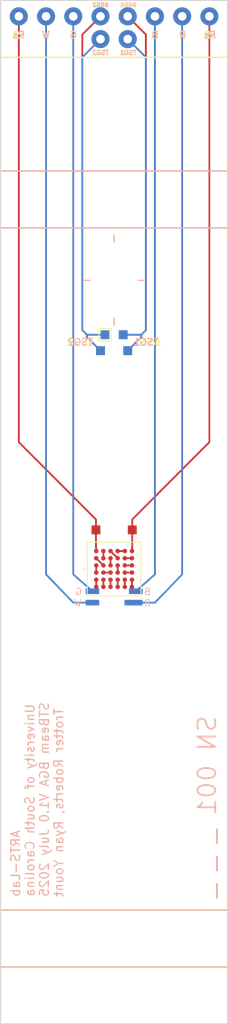
<source format=kicad_pcb>
(kicad_pcb (version 20241229) (generator "pcbnew") (generator_version "9.0")
  (layers (0 "F.Cu" signal) (2 "B.Cu" signal) (13 "F.Paste" user) (15 "B.Paste" user) (5 "F.SilkS" user "F.Silkscreen") (7 "B.SilkS" user "B.Silkscreen") (1 "F.Mask" user) (3 "B.Mask" user) (25 "Edge.Cuts" user))
  (net 0 "")
  (footprint "" (layer "F.Cu") (at 133.096 52.578)
    (property "Reference" "TSG2" (hide yes))
    (property "Value" "" (at 0 0 0) (layer "F.SilkS") (effects (font (size 1.27 1.27))))
    (pad "1" thru_hole circle (at 0 -12.7) (size 2.032 2.032) (drill 0.9652) (layers "*.Cu" "*.Mask"))
  )
  (footprint "" (layer "F.Cu") (at 145.796 39.878)
    (property "Reference" "" (at 0 0 0) (layer "F.SilkS") (effects (font (size 1.27 1.27))))
    (property "Value" "" (at 0 0 0) (layer "F.SilkS") (effects (font (size 1.27 1.27))))
    (pad "1" thru_hole circle (at -0.508 0) (size 2.032 2.032) (drill 0.9652) (layers "*.Cu" "*.Mask"))
  )
  (footprint "Research:Amkor CABGA 36 DAISY CHAIN" (layer "F.Cu") (at 134.62 92.535)
    (property "Reference" "Amkor CABGA 36 DAISY CHAIN" (hide yes))
    (property "Value" "Amkor CABGA 36 DAISY CHAIN" (hide yes))
    (pad "1" smd circle (at -2 7.065) (size 0.5 0.5) (layers "F.Cu" "F.Mask"))
    (pad "1" smd circle (at -2 7.865) (size 0.5 0.5) (layers "F.Cu" "F.Mask"))
    (pad "1" smd circle (at -2 8.665) (size 0.5 0.5) (layers "F.Cu" "F.Mask"))
    (pad "1" smd circle (at -2 9.465) (size 0.5 0.5) (layers "F.Cu" "F.Mask"))
    (pad "1" smd circle (at -2 10.265) (size 0.5 0.5) (layers "F.Cu" "F.Mask"))
    (pad "1" smd circle (at -2 11.065) (size 0.5 0.5) (layers "F.Cu" "F.Mask"))
    (pad "1" smd circle (at -1.2 7.065) (size 0.5 0.5) (layers "F.Cu" "F.Mask"))
    (pad "1" smd circle (at -1.2 7.865) (size 0.5 0.5) (layers "F.Cu" "F.Mask"))
    (pad "1" smd circle (at -1.2 8.665) (size 0.5 0.5) (layers "F.Cu" "F.Mask"))
    (pad "1" smd circle (at -1.2 9.465) (size 0.5 0.5) (layers "F.Cu" "F.Mask"))
    (pad "1" smd circle (at -1.2 10.265) (size 0.5 0.5) (layers "F.Cu" "F.Mask"))
    (pad "1" smd circle (at -1.2 11.065) (size 0.5 0.5) (layers "F.Cu" "F.Mask"))
    (pad "1" smd circle (at -0.4 7.065) (size 0.5 0.5) (layers "F.Cu" "F.Mask"))
    (pad "1" smd circle (at -0.4 7.865) (size 0.5 0.5) (layers "F.Cu" "F.Mask"))
    (pad "1" smd circle (at -0.4 8.665) (size 0.5 0.5) (layers "F.Cu" "F.Mask"))
    (pad "1" smd circle (at -0.4 9.465) (size 0.5 0.5) (layers "F.Cu" "F.Mask"))
    (pad "1" smd circle (at -0.4 10.265) (size 0.5 0.5) (layers "F.Cu" "F.Mask"))
    (pad "1" smd circle (at -0.4 11.065) (size 0.5 0.5) (layers "F.Cu" "F.Mask"))
    (pad "1" smd circle (at 0.4 7.065) (size 0.5 0.5) (layers "F.Cu" "F.Mask"))
    (pad "1" smd circle (at 0.4 7.865) (size 0.5 0.5) (layers "F.Cu" "F.Mask"))
    (pad "1" smd circle (at 0.4 8.665) (size 0.5 0.5) (layers "F.Cu" "F.Mask"))
    (pad "1" smd circle (at 0.4 9.465) (size 0.5 0.5) (layers "F.Cu" "F.Mask"))
    (pad "1" smd circle (at 0.4 10.265) (size 0.5 0.5) (layers "F.Cu" "F.Mask"))
    (pad "1" smd circle (at 0.4 11.065) (size 0.5 0.5) (layers "F.Cu" "F.Mask"))
    (pad "1" smd circle (at 1.2 7.065) (size 0.5 0.5) (layers "F.Cu" "F.Mask"))
    (pad "1" smd circle (at 1.2 7.865) (size 0.5 0.5) (layers "F.Cu" "F.Mask"))
    (pad "1" smd circle (at 1.2 8.665) (size 0.5 0.5) (layers "F.Cu" "F.Mask"))
    (pad "1" smd circle (at 1.2 9.465) (size 0.5 0.5) (layers "F.Cu" "F.Mask"))
    (pad "1" smd circle (at 1.2 10.265) (size 0.5 0.5) (layers "F.Cu" "F.Mask"))
    (pad "1" smd circle (at 1.2 11.065) (size 0.5 0.5) (layers "F.Cu" "F.Mask"))
    (pad "1" smd circle (at 2 7.065) (size 0.5 0.5) (layers "F.Cu" "F.Mask"))
    (pad "1" smd circle (at 2 7.865) (size 0.5 0.5) (layers "F.Cu" "F.Mask"))
    (pad "1" smd circle (at 2 8.665) (size 0.5 0.5) (layers "F.Cu" "F.Mask"))
    (pad "1" smd circle (at 2 9.465) (size 0.5 0.5) (layers "F.Cu" "F.Mask"))
    (pad "1" smd circle (at 2 10.265) (size 0.5 0.5) (layers "F.Cu" "F.Mask"))
    (pad "1" smd circle (at 2 11.065) (size 0.5 0.5) (layers "F.Cu" "F.Mask"))
    (pad "2" smd rect (at -2.032 4.699) (size 1 1) (layers "F.Cu" "F.Mask"))
    (pad "3" smd rect (at 2.032 4.699) (size 1 1) (layers "F.Cu" "F.Mask"))
  )
  (footprint "" (layer "F.Cu") (at 136.144 77.216)
    (property "Reference" "" (at 0 0 0) (layer "F.SilkS") (effects (font (size 1.27 1.27))))
    (property "Value" "" (at 0 0 0) (layer "F.SilkS") (effects (font (size 1.27 1.27))))
    (pad "1" smd rect (at 0 0 180) (size 1 1) (layers "B.Cu" "B.Mask"))
  )
  (footprint "" (layer "F.Cu") (at 135.89 52.578)
    (property "Reference" "TSG2" (at -2.794 -8.636 0) (layer "F.SilkS") (effects (font (size 0.508 0.508) (thickness 0.127))))
    (property "Value" "" (at 0 0 0) (layer "F.SilkS") (effects (font (size 1.27 1.27))))
    (pad "1" thru_hole circle (at 0.254 -12.7) (size 2.032 2.032) (drill 0.9652) (layers "*.Cu" "*.Mask"))
  )
  (footprint "" (layer "F.Cu") (at 139.192 39.878)
    (property "Reference" "" (at 0 0 0) (layer "F.SilkS") (effects (font (size 1.27 1.27))))
    (property "Value" "" (at 0 0 0) (layer "F.SilkS") (effects (font (size 1.27 1.27))))
    (pad "1" thru_hole circle (at 0 0) (size 2.032 2.032) (drill 0.9652) (layers "*.Cu" "*.Mask"))
  )
  (footprint "" (layer "F.Cu") (at 142.494 39.878)
    (property "Reference" "" (at 0 0 0) (layer "F.SilkS") (effects (font (size 1.27 1.27))))
    (property "Value" "" (at 0 0 0) (layer "F.SilkS") (effects (font (size 1.27 1.27))))
    (pad "1" thru_hole circle (at -0.254 0) (size 2.032 2.032) (drill 0.9652) (layers "*.Cu" "*.Mask"))
  )
  (footprint "" (layer "F.Cu") (at 127 39.878)
    (property "Reference" "" (at 0 0 0) (layer "F.SilkS") (effects (font (size 1.27 1.27))))
    (property "Value" "" (at 0 0 0) (layer "F.SilkS") (effects (font (size 1.27 1.27))))
    (pad "1" thru_hole circle (at 0 0) (size 2.032 2.032) (drill 0.9652) (layers "*.Cu" "*.Mask"))
  )
  (footprint "" (layer "F.Cu") (at 133.096 77.216)
    (property "Reference" "" (at 0 0 0) (layer "F.SilkS") (effects (font (size 1.27 1.27))))
    (property "Value" "" (at 0 0 0) (layer "F.SilkS") (effects (font (size 1.27 1.27))))
    (pad "1" smd rect (at 0 0) (size 1 1) (layers "F.Cu" "F.Mask"))
  )
  (footprint "" (layer "F.Cu") (at 133.096 77.216)
    (property "Reference" "" (at 0 0 0) (layer "F.SilkS") (effects (font (size 1.27 1.27))))
    (property "Value" "" (at 0 0 0) (layer "F.SilkS") (effects (font (size 1.27 1.27))))
    (pad "1" smd rect (at 0 0 180) (size 1 1) (layers "B.Cu" "B.Mask"))
  )
  (footprint "" (layer "F.Cu") (at 135.636 75.438)
    (property "Reference" "" (at 0 0 0) (layer "F.SilkS") (effects (font (size 1.27 1.27))))
    (property "Value" "" (at 0 0 0) (layer "F.SilkS") (effects (font (size 1.27 1.27))))
    (pad "1" smd rect (at 0 0) (size 1 1) (layers "F.Cu" "F.Mask"))
  )
  (footprint "TestPoint:TestPoint_Pad_1.0x1.0mm" (layer "F.Cu") (at 133.604 75.438)
    (property "Reference" "" (at 0 -1.448 0) (layer "F.SilkS"))
    (property "Value" "TestPoint_Pad_1.0x1.0mm" (hide yes))
    (fp_line (start -0.7 -0.7) (end 0.7 -0.7) (stroke (width 0.12)) (layer "F.SilkS"))
    (fp_line (start -0.7 0.7) (end -0.7 -0.7) (stroke (width 0.12)) (layer "F.SilkS"))
    (fp_line (start 0.7 -0.7) (end 0.7 0.7) (stroke (width 0.12)) (layer "F.SilkS"))
    (fp_line (start 0.7 0.7) (end -0.7 0.7) (stroke (width 0.12)) (layer "F.SilkS"))
    (pad "1" smd rect (at 0 0) (size 1 1) (layers "F.Cu" "F.Mask"))
  )
  (footprint "" (layer "F.Cu") (at 136.144 77.216)
    (property "Reference" "" (at 0 0 0) (layer "F.SilkS") (effects (font (size 1.27 1.27))))
    (property "Value" "" (at 0 0 0) (layer "F.SilkS") (effects (font (size 1.27 1.27))))
    (pad "1" smd rect (at 0 0) (size 1 1) (layers "F.Cu" "F.Mask"))
  )
  (footprint "" (layer "F.Cu") (at 135.636 75.438)
    (property "Reference" "" (at 0 0 0) (layer "F.SilkS") (effects (font (size 1.27 1.27))))
    (property "Value" "" (at 0 0 0) (layer "F.SilkS") (effects (font (size 1.27 1.27))))
    (pad "1" smd rect (at 0 0 180) (size 1 1) (layers "B.Cu" "B.Mask"))
  )
  (footprint "" (layer "F.Cu") (at 135.89 55.118)
    (property "Reference" "TSG1" (at 0.31 -11.176 0) (layer "F.SilkS") (effects (font (size 0.508 0.508) (thickness 0.127))))
    (property "Value" "" (at 0 0 0) (layer "F.SilkS") (effects (font (size 1.27 1.27))))
    (pad "1" thru_hole circle (at 0.254 -12.7) (size 2.032 2.032) (drill 0.9652) (layers "*.Cu" "*.Mask"))
  )
  (footprint "" (layer "F.Cu") (at 123.952 39.878)
    (property "Reference" "" (at 0 0 0) (layer "F.SilkS") (effects (font (size 1.27 1.27))))
    (property "Value" "" (at 0 0 0) (layer "F.SilkS") (effects (font (size 1.27 1.27))))
    (pad "1" thru_hole circle (at 0 0) (size 2.032 2.032) (drill 0.9652) (layers "*.Cu" "*.Mask"))
  )
  (footprint "" (layer "F.Cu") (at 133.096 55.118)
    (property "Reference" "BSG2" (at 0 -16.51 0) (layer "F.SilkS") (effects (font (size 0.4572 0.4572) (thickness 0.1143))))
    (property "Value" "" (at 0 0 0) (layer "F.SilkS") (effects (font (size 1.27 1.27))))
    (pad "1" thru_hole circle (at 0 -12.7) (size 2.032 2.032) (drill 0.9652) (layers "*.Cu" "*.Mask"))
  )
  (footprint "" (layer "B.Cu") (at 130.048 39.878)
    (property "Reference" "" (at 0 0 180) (layer "B.SilkS") (effects (font (size 1.27 1.27)) (justify mirror)))
    (property "Value" "" (at 0 0 180) (layer "B.SilkS") (effects (font (size 1.27 1.27)) (justify mirror)))
    (pad "1" thru_hole circle (at 0 0) (size 2.032 2.032) (drill 0.9652) (layers "*.Cu" "*.Mask"))
  )
  (footprint "Library:72-60k" (layer "B.Cu") (at 132.873329 109.1692 180)
    (property "Reference" "" (at 0 0.5 0) (layer "B.SilkS") (effects (font (thickness 0.1)) (justify mirror)))
    (property "Value" "72-60k" (hide yes))
    (fp_text user "B" (at -5.926671 4.5692 0) (layer "B.SilkS") (effects (font (size 0.762 0.762) (thickness 0.1)) (justify left bottom mirror)))
    (fp_text user "G" (at 1.771741 4.581539 0) (layer "B.SilkS") (effects (font (size 0.762 0.762) (thickness 0.1)) (justify left bottom mirror)))
    (fp_text user "W" (at 1.805812 3.320877 0) (layer "B.SilkS") (effects (font (size 0.762 0.762) (thickness 0.1)) (justify left bottom mirror)))
    (fp_text user "R" (at -5.926671 3.286805 0) (layer "B.SilkS") (effects (font (size 0.762 0.762) (thickness 0.1)) (justify left bottom mirror)))
    (pad "1" smd rect (at -3.917988 3.81) (size 2.032 0.635) (layers "B.Cu" "B.Mask"))
    (pad "2" smd rect (at -4.171988 5.08) (size 1.524 0.635) (layers "B.Cu" "B.Mask"))
    (pad "3" smd rect (at 0.678645 5.08) (size 1.524 0.635) (layers "B.Cu" "B.Mask"))
    (pad "4" smd rect (at 0.678645 3.81) (size 1.524 0.635) (layers "B.Cu" "B.Mask"))
  )
  (footprint "" (layer "B.Cu") (at 133.604 75.438 180)
    (property "Reference" "" (at 0 0 0) (layer "B.SilkS") (effects (font (size 1.27 1.27)) (justify mirror)))
    (property "Value" "" (at 0 0 0) (layer "B.SilkS") (effects (font (size 1.27 1.27)) (justify mirror)))
    (pad "1" smd rect (at 0 0 180) (size 1 1) (layers "B.Cu" "B.Mask"))
  )
  (gr_line (start 123.952 87.434) (end 123.952 39.878) (stroke (width 0.2)) (layer "F.Cu"))
  (gr_line (start 145.288 39.878) (end 145.288 87.434) (stroke (width 0.2)) (layer "F.Cu"))
  (gr_line (start 131.62 101.6) (end 131.2 101.6) (stroke (width 0.1)) (layer "F.SilkS"))
  (gr_line (start 121.92 63.5) (end 147.32 63.5) (stroke (width 0.15)) (layer "F.SilkS"))
  (gr_line (start 121.92 146.05) (end 147.32 146.05) (stroke (width 0.15)) (layer "F.SilkS"))
  (gr_line (start 134.62 65.1) (end 134.62 64.35) (stroke (width 0.15)) (layer "F.SilkS"))
  (gr_line (start 131.2 101.6) (end 131.2 101.4) (stroke (width 0.1)) (layer "F.SilkS"))
  (gr_line (start 121.92 44.45) (end 147.32 44.45) (stroke (width 0.15)) (layer "F.SilkS"))
  (gr_line (start 131.93 69.3674) (end 131.18 69.3674) (stroke (width 0.15)) (layer "F.SilkS"))
  (gr_line (start 137.62 98.6) (end 137.62 104.6) (stroke (width 0.1)) (layer "F.SilkS"))
  (gr_line (start 137.31 69.3674) (end 138.06 69.3674) (stroke (width 0.15)) (layer "F.SilkS"))
  (gr_line (start 134.62 73.61) (end 134.62 74.36) (stroke (width 0.15)) (layer "F.SilkS"))
  (gr_line (start 131.62 98.6) (end 131.62 104.6) (stroke (width 0.1)) (layer "F.SilkS"))
  (gr_line (start 131.62 104.6) (end 137.62 104.6) (stroke (width 0.1)) (layer "F.SilkS"))
  (gr_line (start 131.2 101.6) (end 131.2 101.8) (stroke (width 0.1)) (layer "F.SilkS"))
  (gr_line (start 121.92 57.15) (end 147.32 57.15) (stroke (width 0.15)) (layer "F.SilkS"))
  (gr_line (start 131.62 98.6) (end 137.62 98.6) (stroke (width 0.1)) (layer "F.SilkS"))
  (gr_line (start 121.92 139.7) (end 147.32 139.7) (stroke (width 0.15)) (layer "F.SilkS"))
  (gr_line (start 121.92 139.7) (end 147.32 139.7) (stroke (width 0.15)) (layer "B.SilkS"))
  (gr_line (start 137.31 69.3674) (end 138.06 69.3674) (stroke (width 0.15)) (layer "B.SilkS"))
  (gr_line (start 121.92 146.05) (end 147.32 146.05) (stroke (width 0.15)) (layer "B.SilkS"))
  (gr_line (start 131.93 69.3674) (end 131.18 69.3674) (stroke (width 0.15)) (layer "B.SilkS"))
  (gr_line (start 134.62 65.1) (end 134.62 64.35) (stroke (width 0.15)) (layer "B.SilkS"))
  (gr_line (start 121.92 63.5) (end 147.32 63.5) (stroke (width 0.15)) (layer "B.SilkS"))
  (gr_line (start 121.92 57.15) (end 147.32 57.15) (stroke (width 0.15)) (layer "B.SilkS"))
  (gr_line (start 134.62 73.61) (end 134.62 74.36) (stroke (width 0.15)) (layer "B.SilkS"))
  (gr_rect (start 121.92 38.1) (end 147.32 152.4) (stroke (width 0.1)) (fill no) (layer "Edge.Cuts"))
  (gr_text "BSG2" (at 129.286 76.708 0) (layer "F.SilkS") (effects (font (size 0.762 0.762)) (justify left bottom)))
  (gr_text "Rs" (at 123.19 42.418 0) (layer "F.SilkS") (effects (font (size 0.762 0.762)) (justify left bottom)))
  (gr_text "BSG1" (at 136.2 38.6 0) (layer "F.SilkS") (effects (font (size 0.4572 0.4572) (thickness 0.1143))))
  (gr_text "R" (at 141.784 42.418 0) (layer "F.SilkS") (effects (font (size 0.762 0.762)) (justify left bottom)))
  (gr_text "Rs" (at 144.6 42.418 0) (layer "F.SilkS") (effects (font (size 0.762 0.762)) (justify left bottom)))
  (gr_text "G" (at 129.54 42.418 0) (layer "F.SilkS") (effects (font (size 0.762 0.762)) (justify left bottom)))
  (gr_text "B" (at 138.684 42.418 0) (layer "F.SilkS") (effects (font (size 0.762 0.762)) (justify left bottom)))
  (gr_text "BSG1" (at 136.906 76.708 0) (layer "F.SilkS") (effects (font (size 0.762 0.762)) (justify left bottom)))
  (gr_text "W" (at 126.492 42.418 0) (layer "F.SilkS") (effects (font (size 0.762 0.762)) (justify left bottom)))
  (gr_text "TSG2" (at 132.334 76.708 0) (layer "B.SilkS") (effects (font (size 0.762 0.762)) (justify left bottom mirror)))
  (gr_text "G" (at 130.556 42.418 0) (layer "B.SilkS") (effects (font (size 0.762 0.762)) (justify left bottom mirror)))
  (gr_text "W" (at 127.508 42.418 0) (layer "B.SilkS") (effects (font (size 0.762 0.762)) (justify left bottom mirror)))
  (gr_text "SN 001 _ _ _" (at 146.2 117.8 90) (layer "B.SilkS") (effects (font (size 2 2) (thickness 0.2) (bold yes)) (justify left bottom mirror)))
  (gr_text "TSG1" (at 139.7 76.708 0) (layer "B.SilkS") (effects (font (size 0.762 0.762)) (justify left bottom mirror)))
  (gr_text "BSG2" (at 133.096 38.608 0) (layer "B.SilkS") (effects (font (size 0.4572 0.4572) (thickness 0.1143)) (justify mirror)))
  (gr_text "Rs" (at 124.714 42.418 0) (layer "B.SilkS") (effects (font (size 0.762 0.762)) (justify left bottom mirror)))
  (gr_text "TSG2" (at 133.096 43.942 0) (layer "B.SilkS") (effects (font (size 0.508 0.508) (thickness 0.127)) (justify mirror)))
  (gr_text "Rs" (at 146.124 42.418 0) (layer "B.SilkS") (effects (font (size 0.762 0.762)) (justify left bottom mirror)))
  (gr_text "TSG1" (at 136.2 43.942 0) (layer "B.SilkS") (effects (font (size 0.508 0.508) (thickness 0.127)) (justify mirror)))
  (gr_text "BSG1" (at 136.2 38.6 0) (layer "B.SilkS") (effects (font (size 0.4572 0.4572) (thickness 0.09144) (bold yes)) (justify mirror)))
  (gr_text "B" (at 139.7 42.418 0) (layer "B.SilkS") (effects (font (size 0.762 0.762)) (justify left bottom mirror)))
  (gr_text "ARTS-Lab\nUniversity of South Carolina\nSTBeam BGA V1.0 July 2025\nTrotter Roberts, Ryan Yount" (at 129 138.3 90) (layer "B.SilkS") (effects (font (size 1 1)) (justify right bottom mirror)))
  (gr_text "R" (at 142.8 42.418 0) (layer "B.SilkS") (effects (font (size 0.762 0.762)) (justify left bottom mirror)))
  (segment (start 133.096 39.878) (end 133.096 40.64) (width 0) (layer "F.Cu") (net 0))
  (segment (start 135.82 102.8) (end 135.82 103.6) (width 0.2) (layer "F.Cu") (net 0))
  (segment (start 132.62 99.232) (end 132.62 99.6) (width 0.2) (layer "F.Cu") (net 0))
  (segment (start 135.02 101.2) (end 135.02 102) (width 0.2) (layer "F.Cu") (net 0))
  (segment (start 137.668 75.692) (end 136.144 77.216) (width 0.2032) (layer "F.Cu") (net 0))
  (segment (start 136.62 103.6) (end 136.62 102.8) (width 0.2) (layer "F.Cu") (net 0))
  (segment (start 131.064 41.91) (end 131.064 74.93) (width 0.2032) (layer "F.Cu") (net 0))
  (segment (start 145.288 87.434) (end 136.652 96.07) (width 0.2) (layer "F.Cu") (net 0))
  (segment (start 136.144 39.878) (end 138.176 41.91) (width 0.2032) (layer "F.Cu") (net 0))
  (segment (start 135.82 101.2) (end 136.62 101.2) (width 0.2) (layer "F.Cu") (net 0))
  (segment (start 133.42 99.6) (end 133.42 100.4) (width 0.2) (layer "F.Cu") (net 0))
  (segment (start 131.572 75.438) (end 133.604 75.438) (width 0.2032) (layer "F.Cu") (net 0))
  (segment (start 135.02 100.4) (end 134.22 99.6) (width 0.2) (layer "F.Cu") (net 0))
  (segment (start 132.588 99.2) (end 132.62 99.232) (width 0.2) (layer "F.Cu") (net 0))
  (segment (start 136.652 96.07) (end 136.652 97.234) (width 0.2) (layer "F.Cu") (net 0))
  (segment (start 136.62 99.232) (end 136.62 99.6) (width 0.2) (layer "F.Cu") (net 0))
  (segment (start 132.62 102.8) (end 132.62 103.6) (width 0.2) (layer "F.Cu") (net 0))
  (segment (start 134.22 100.4) (end 134.22 101.2) (width 0.2) (layer "F.Cu") (net 0))
  (segment (start 132.588 97.234) (end 132.588 99.2) (width 0.2) (layer "F.Cu") (net 0))
  (segment (start 135.02 99.6) (end 135.82 99.6) (width 0.2) (layer "F.Cu") (net 0))
  (segment (start 134.22 102) (end 133.42 102) (width 0.2) (layer "F.Cu") (net 0))
  (segment (start 133.42 103.6) (end 133.42 102.8) (width 0.2) (layer "F.Cu") (net 0))
  (segment (start 134.22 102.8) (end 134.22 103.6) (width 0.2) (layer "F.Cu") (net 0))
  (segment (start 131.572 75.692) (end 131.572 75.438) (width 0.2032) (layer "F.Cu") (net 0))
  (segment (start 132.62 101.2) (end 132.62 102) (width 0.2) (layer "F.Cu") (net 0))
  (segment (start 138.176 41.91) (end 138.176 74.93) (width 0.2032) (layer "F.Cu") (net 0))
  (segment (start 136.62 102) (end 135.82 102) (width 0.2) (layer "F.Cu") (net 0))
  (segment (start 136.62 100.4) (end 135.82 100.4) (width 0.2) (layer "F.Cu") (net 0))
  (segment (start 132.62 100.4) (end 133.42 101.2) (width 0.2) (layer "F.Cu") (net 0))
  (segment (start 137.668 75.438) (end 135.636 75.438) (width 0.2032) (layer "F.Cu") (net 0))
  (segment (start 136.652 97.234) (end 136.652 99.2) (width 0.2) (layer "F.Cu") (net 0))
  (segment (start 132.588 96.07) (end 132.588 97.234) (width 0.2) (layer "F.Cu") (net 0))
  (segment (start 137.668 75.692) (end 137.668 75.438) (width 0.2032) (layer "F.Cu") (net 0))
  (segment (start 123.952 87.434) (end 132.588 96.07) (width 0.2) (layer "F.Cu") (net 0))
  (segment (start 138.176 74.93) (end 137.668 75.438) (width 0.2032) (layer "F.Cu") (net 0))
  (segment (start 135.02 103.6) (end 135.02 102.8) (width 0.2) (layer "F.Cu") (net 0))
  (segment (start 133.096 39.878) (end 131.064 41.91) (width 0.2032) (layer "F.Cu") (net 0))
  (segment (start 136.652 99.2) (end 136.62 99.232) (width 0.2) (layer "F.Cu") (net 0))
  (segment (start 133.096 77.216) (end 131.572 75.692) (width 0.2032) (layer "F.Cu") (net 0))
  (segment (start 131.064 74.93) (end 131.572 75.438) (width 0.2032) (layer "F.Cu") (net 0))
  (segment (start 131.064 74.93) (end 131.572 75.438) (width 0.2032) (layer "B.Cu") (net 0))
  (segment (start 130.048 105.3592) (end 132.194684 105.3592) (width 0.2032) (layer "B.Cu") (net 0))
  (segment (start 131.064 44.45) (end 131.064 74.93) (width 0.2032) (layer "B.Cu") (net 0))
  (segment (start 130.048 105.3592) (end 130.048 105.348) (width 0.2032) (layer "B.Cu") (net 0))
  (segment (start 138.176 74.93) (end 137.668 75.438) (width 0.2032) (layer "B.Cu") (net 0))
  (segment (start 137.668 75.692) (end 136.144 77.216) (width 0.2032) (layer "B.Cu") (net 0))
  (segment (start 133.096 42.418) (end 131.064 44.45) (width 0.2032) (layer "B.Cu") (net 0))
  (segment (start 139.192 105.3592) (end 142.24 102.208) (width 0.2) (layer "B.Cu") (net 0))
  (segment (start 135.636 75.438) (end 137.668 75.438) (width 0.2032) (layer "B.Cu") (net 0))
  (segment (start 139.192 105.3592) (end 136.791317 105.3592) (width 0.2032) (layer "B.Cu") (net 0))
  (segment (start 138.176 44.45) (end 138.176 74.93) (width 0.2032) (layer "B.Cu") (net 0))
  (segment (start 142.24 39.878) (end 142.24 102.208) (width 0.2) (layer "B.Cu") (net 0))
  (segment (start 136.144 42.418) (end 138.176 44.45) (width 0.2) (layer "B.Cu") (net 0))
  (segment (start 130.048 105.3592) (end 127 102.208) (width 0.2032) (layer "B.Cu") (net 0))
  (segment (start 137.3108 104.0892) (end 136.961962 104.0892) (width 0.2032) (layer "B.Cu") (net 0))
  (segment (start 131.572 75.692) (end 131.572 75.438) (width 0.2032) (layer "B.Cu") (net 0))
  (segment (start 130.048 39.878) (end 130.048 102.208) (width 0.2032) (layer "B.Cu") (net 0))
  (segment (start 129.794 105.41) (end 129.8448 105.3592) (width 0) (layer "B.Cu") (net 0))
  (segment (start 139.192 102.208) (end 137.045317 104.0892) (width 0.2032) (layer "B.Cu") (net 0))
  (segment (start 130.048 102.208) (end 132.194684 104.0892) (width 0.2032) (layer "B.Cu") (net 0))
  (segment (start 131.9292 104.0892) (end 132.111329 104.0892) (width 0.2032) (layer "B.Cu") (net 0))
  (segment (start 139.192 39.878) (end 139.192 102.208) (width 0.2032) (layer "B.Cu") (net 0))
  (segment (start 127 39.878) (end 127 102.208) (width 0.2) (layer "B.Cu") (net 0))
  (segment (start 137.668 75.692) (end 137.668 75.438) (width 0.2032) (layer "B.Cu") (net 0))
  (segment (start 131.572 75.438) (end 133.604 75.438) (width 0.2032) (layer "B.Cu") (net 0))
  (segment (start 139.954 105.41) (end 139.9032 105.3592) (width 0) (layer "B.Cu") (net 0))
  (segment (start 133.096 77.216) (end 131.572 75.692) (width 0.2032) (layer "B.Cu") (net 0))
)
</source>
